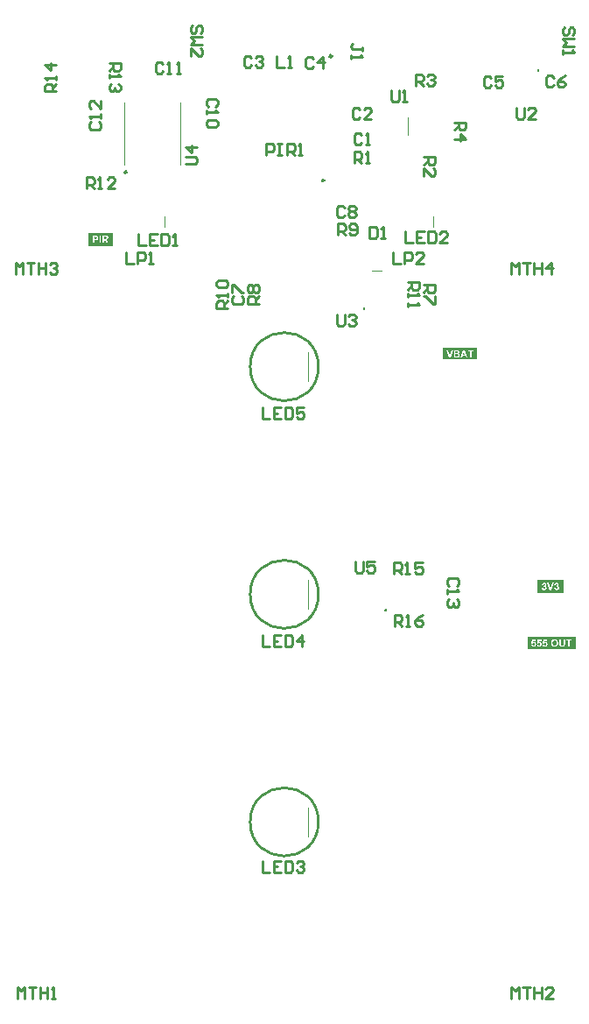
<source format=gto>
G04*
G04 #@! TF.GenerationSoftware,Altium Limited,Altium Designer,22.2.1 (43)*
G04*
G04 Layer_Color=65535*
%FSLAX44Y44*%
%MOMM*%
G71*
G04*
G04 #@! TF.SameCoordinates,759879DA-5FB0-46B3-BA1E-0A648CFA67EC*
G04*
G04*
G04 #@! TF.FilePolarity,Positive*
G04*
G01*
G75*
%ADD10C,0.2540*%
%ADD11C,0.3000*%
%ADD12C,0.1000*%
G36*
X486373Y626988D02*
X453627D01*
Y638012D01*
X486373D01*
Y626988D01*
D02*
G37*
G36*
X570232Y401183D02*
X544768D01*
Y413817D01*
X570232D01*
Y401183D01*
D02*
G37*
G36*
X581668Y347214D02*
X535482D01*
Y358595D01*
X581668D01*
Y347214D01*
D02*
G37*
G36*
X134112Y736564D02*
X110856D01*
Y749588D01*
X134112D01*
Y736564D01*
D02*
G37*
%LPC*%
G36*
X463268Y636024D02*
X461750D01*
X460028Y630809D01*
X458236Y636024D01*
X456698D01*
X459224Y628976D01*
X460762D01*
X463268Y636024D01*
D02*
G37*
G36*
X483302D02*
X477710D01*
Y634832D01*
X479798D01*
Y628976D01*
X481224D01*
Y634832D01*
X483302D01*
Y636024D01*
D02*
G37*
G36*
X474614D02*
X473106D01*
X470377Y628976D01*
X471884D01*
X472465Y630575D01*
X475296D01*
X475908Y628976D01*
X477445D01*
X474614Y636024D01*
D02*
G37*
G36*
X467087D02*
X463991D01*
Y628976D01*
X467046D01*
X467219Y628986D01*
X467525D01*
X467647Y628996D01*
X467841D01*
X467912Y629006D01*
X468014D01*
X468055Y629017D01*
X468095D01*
X468299Y629047D01*
X468482Y629098D01*
X468645Y629149D01*
X468788Y629210D01*
X468900Y629261D01*
X468982Y629312D01*
X469032Y629342D01*
X469053Y629353D01*
X469195Y629465D01*
X469307Y629587D01*
X469419Y629699D01*
X469501Y629821D01*
X469572Y629923D01*
X469623Y630005D01*
X469654Y630056D01*
X469664Y630076D01*
X469735Y630249D01*
X469796Y630412D01*
X469837Y630575D01*
X469857Y630718D01*
X469878Y630840D01*
X469888Y630932D01*
Y631013D01*
X469878Y631237D01*
X469837Y631441D01*
X469776Y631614D01*
X469715Y631777D01*
X469654Y631899D01*
X469593Y631991D01*
X469552Y632052D01*
X469542Y632072D01*
X469399Y632235D01*
X469246Y632368D01*
X469073Y632480D01*
X468920Y632561D01*
X468778Y632632D01*
X468656Y632683D01*
X468615Y632693D01*
X468584Y632704D01*
X468564Y632714D01*
X468554D01*
X468717Y632806D01*
X468859Y632897D01*
X468982Y633009D01*
X469083Y633101D01*
X469155Y633193D01*
X469216Y633264D01*
X469257Y633315D01*
X469267Y633335D01*
X469358Y633498D01*
X469430Y633651D01*
X469470Y633804D01*
X469511Y633946D01*
X469532Y634069D01*
X469542Y634160D01*
Y634221D01*
Y634231D01*
Y634242D01*
X469532Y634405D01*
X469511Y634568D01*
X469470Y634700D01*
X469430Y634822D01*
X469389Y634924D01*
X469348Y635006D01*
X469328Y635046D01*
X469318Y635067D01*
X469236Y635199D01*
X469144Y635311D01*
X469053Y635413D01*
X468971Y635505D01*
X468890Y635566D01*
X468829Y635617D01*
X468788Y635647D01*
X468778Y635658D01*
X468656Y635739D01*
X468523Y635800D01*
X468401Y635851D01*
X468289Y635892D01*
X468187Y635922D01*
X468116Y635943D01*
X468065Y635953D01*
X468044D01*
X467871Y635973D01*
X467678Y635994D01*
X467474Y636004D01*
X467270Y636014D01*
X467087Y636024D01*
D02*
G37*
%LPD*%
G36*
X474838Y631767D02*
X472893D01*
X473850Y634384D01*
X474838Y631767D01*
D02*
G37*
G36*
X466944Y634843D02*
X467209D01*
X467270Y634832D01*
X467382D01*
X467423Y634822D01*
X467433D01*
X467556Y634802D01*
X467668Y634771D01*
X467759Y634731D01*
X467841Y634690D01*
X467892Y634649D01*
X467943Y634608D01*
X467963Y634588D01*
X467973Y634578D01*
X468034Y634496D01*
X468075Y634405D01*
X468116Y634323D01*
X468136Y634242D01*
X468146Y634160D01*
X468156Y634099D01*
Y634058D01*
Y634048D01*
X468146Y633926D01*
X468126Y633814D01*
X468085Y633722D01*
X468055Y633641D01*
X468014Y633569D01*
X467973Y633529D01*
X467953Y633498D01*
X467943Y633488D01*
X467861Y633417D01*
X467769Y633366D01*
X467678Y633325D01*
X467586Y633294D01*
X467494Y633264D01*
X467433Y633254D01*
X467393Y633243D01*
X467331D01*
X467270Y633233D01*
X466955D01*
X466781Y633223D01*
X465417D01*
Y634853D01*
X466832D01*
X466944Y634843D01*
D02*
G37*
G36*
X467036Y632042D02*
X467158Y632032D01*
X467281D01*
X467382Y632021D01*
X467474Y632011D01*
X467545Y632001D01*
X467617Y631991D01*
X467668Y631981D01*
X467749Y631970D01*
X467800Y631950D01*
X467810D01*
X467912Y631909D01*
X468004Y631858D01*
X468085Y631807D01*
X468146Y631746D01*
X468197Y631706D01*
X468228Y631665D01*
X468248Y631634D01*
X468258Y631624D01*
X468309Y631532D01*
X468350Y631441D01*
X468381Y631359D01*
X468401Y631268D01*
X468411Y631196D01*
X468421Y631135D01*
Y631094D01*
Y631084D01*
X468411Y630952D01*
X468391Y630830D01*
X468360Y630728D01*
X468319Y630646D01*
X468279Y630575D01*
X468248Y630524D01*
X468228Y630494D01*
X468218Y630483D01*
X468136Y630412D01*
X468055Y630351D01*
X467963Y630300D01*
X467881Y630259D01*
X467810Y630239D01*
X467749Y630219D01*
X467708Y630208D01*
X467698D01*
X467657Y630198D01*
X467596D01*
X467464Y630188D01*
X467301Y630178D01*
X467138D01*
X466985Y630168D01*
X465417D01*
Y632052D01*
X466894D01*
X467036Y632042D01*
D02*
G37*
%LPC*%
G36*
X560815Y411070D02*
X559298D01*
X557576Y405855D01*
X555784Y411070D01*
X554246D01*
X556772Y404022D01*
X558310D01*
X560815Y411070D01*
D02*
G37*
G36*
X563545Y411111D02*
X563453D01*
X563240Y411101D01*
X563046Y411080D01*
X562863Y411039D01*
X562710Y410999D01*
X562588Y410958D01*
X562486Y410917D01*
X562425Y410897D01*
X562415Y410887D01*
X562404D01*
X562241Y410795D01*
X562089Y410693D01*
X561966Y410591D01*
X561865Y410500D01*
X561783Y410408D01*
X561722Y410337D01*
X561681Y410296D01*
X561671Y410275D01*
X561579Y410123D01*
X561498Y409960D01*
X561437Y409787D01*
X561376Y409624D01*
X561335Y409471D01*
X561304Y409359D01*
X561294Y409308D01*
Y409277D01*
X561284Y409257D01*
Y409247D01*
X562527Y409043D01*
X562557Y409206D01*
X562598Y409349D01*
X562639Y409471D01*
X562690Y409563D01*
X562740Y409644D01*
X562781Y409705D01*
X562812Y409736D01*
X562822Y409746D01*
X562914Y409827D01*
X563015Y409888D01*
X563117Y409929D01*
X563209Y409960D01*
X563290Y409980D01*
X563352Y409990D01*
X563413D01*
X563535Y409980D01*
X563657Y409960D01*
X563749Y409919D01*
X563830Y409888D01*
X563901Y409848D01*
X563942Y409807D01*
X563973Y409787D01*
X563983Y409776D01*
X564054Y409695D01*
X564105Y409593D01*
X564146Y409501D01*
X564166Y409410D01*
X564187Y409328D01*
X564197Y409267D01*
Y409226D01*
Y409206D01*
X564187Y409053D01*
X564156Y408921D01*
X564105Y408809D01*
X564054Y408717D01*
X563993Y408636D01*
X563952Y408585D01*
X563912Y408544D01*
X563901Y408534D01*
X563779Y408452D01*
X563647Y408391D01*
X563504Y408350D01*
X563372Y408320D01*
X563250Y408310D01*
X563148Y408300D01*
X563056D01*
X562914Y407210D01*
X563046Y407240D01*
X563158Y407271D01*
X563270Y407291D01*
X563362Y407301D01*
X563433Y407312D01*
X563535D01*
X563677Y407301D01*
X563800Y407261D01*
X563912Y407220D01*
X564014Y407159D01*
X564085Y407108D01*
X564146Y407057D01*
X564187Y407016D01*
X564197Y407006D01*
X564289Y406884D01*
X564360Y406751D01*
X564411Y406619D01*
X564452Y406487D01*
X564472Y406364D01*
X564482Y406273D01*
Y406212D01*
Y406201D01*
Y406191D01*
X564472Y405998D01*
X564441Y405825D01*
X564390Y405672D01*
X564339Y405550D01*
X564278Y405458D01*
X564238Y405387D01*
X564197Y405336D01*
X564187Y405325D01*
X564075Y405224D01*
X563952Y405142D01*
X563840Y405091D01*
X563728Y405050D01*
X563627Y405030D01*
X563555Y405020D01*
X563504Y405010D01*
X563484D01*
X563341Y405020D01*
X563219Y405050D01*
X563107Y405091D01*
X563005Y405142D01*
X562934Y405183D01*
X562873Y405224D01*
X562832Y405254D01*
X562822Y405264D01*
X562730Y405376D01*
X562649Y405499D01*
X562598Y405631D01*
X562547Y405753D01*
X562516Y405865D01*
X562496Y405957D01*
X562486Y406018D01*
Y406028D01*
Y406038D01*
X561182Y405875D01*
X561202Y405713D01*
X561243Y405560D01*
X561335Y405275D01*
X561447Y405030D01*
X561518Y404928D01*
X561579Y404826D01*
X561640Y404735D01*
X561702Y404663D01*
X561752Y404592D01*
X561803Y404541D01*
X561844Y404500D01*
X561875Y404470D01*
X561895Y404450D01*
X561905Y404439D01*
X562027Y404348D01*
X562160Y404256D01*
X562282Y404185D01*
X562425Y404124D01*
X562690Y404022D01*
X562934Y403961D01*
X563056Y403940D01*
X563158Y403920D01*
X563250Y403910D01*
X563331Y403899D01*
X563402Y403889D01*
X563494D01*
X563677Y403899D01*
X563861Y403920D01*
X564024Y403950D01*
X564187Y403991D01*
X564329Y404042D01*
X564472Y404093D01*
X564604Y404154D01*
X564716Y404215D01*
X564818Y404276D01*
X564920Y404337D01*
X564991Y404388D01*
X565063Y404439D01*
X565114Y404480D01*
X565154Y404511D01*
X565175Y404531D01*
X565185Y404541D01*
X565307Y404663D01*
X565409Y404796D01*
X565501Y404928D01*
X565582Y405061D01*
X565643Y405203D01*
X565704Y405336D01*
X565786Y405580D01*
X565806Y405692D01*
X565827Y405804D01*
X565847Y405896D01*
X565857Y405977D01*
X565867Y406038D01*
Y406130D01*
X565847Y406364D01*
X565806Y406568D01*
X565755Y406762D01*
X565684Y406914D01*
X565613Y407047D01*
X565562Y407138D01*
X565521Y407200D01*
X565501Y407220D01*
X565358Y407373D01*
X565195Y407505D01*
X565032Y407607D01*
X564879Y407688D01*
X564747Y407750D01*
X564635Y407780D01*
X564594Y407800D01*
X564564D01*
X564543Y407811D01*
X564533D01*
X564716Y407923D01*
X564869Y408035D01*
X565002Y408157D01*
X565124Y408279D01*
X565226Y408401D01*
X565307Y408524D01*
X565368Y408646D01*
X565429Y408758D01*
X565470Y408870D01*
X565501Y408972D01*
X565521Y409063D01*
X565531Y409145D01*
X565541Y409206D01*
X565552Y409257D01*
Y409287D01*
Y409298D01*
X565541Y409420D01*
X565531Y409532D01*
X565470Y409756D01*
X565399Y409960D01*
X565307Y410133D01*
X565215Y410275D01*
X565134Y410377D01*
X565103Y410418D01*
X565073Y410449D01*
X565063Y410459D01*
X565052Y410469D01*
X564940Y410581D01*
X564808Y410683D01*
X564686Y410764D01*
X564553Y410836D01*
X564411Y410907D01*
X564278Y410958D01*
X564024Y411029D01*
X563912Y411060D01*
X563800Y411080D01*
X563708Y411090D01*
X563616Y411101D01*
X563545Y411111D01*
D02*
G37*
G36*
X551496D02*
X551404D01*
X551190Y411101D01*
X550997Y411080D01*
X550813Y411039D01*
X550661Y410999D01*
X550538Y410958D01*
X550436Y410917D01*
X550375Y410897D01*
X550365Y410887D01*
X550355D01*
X550192Y410795D01*
X550039Y410693D01*
X549917Y410591D01*
X549815Y410500D01*
X549734Y410408D01*
X549673Y410337D01*
X549632Y410296D01*
X549622Y410275D01*
X549530Y410123D01*
X549449Y409960D01*
X549387Y409787D01*
X549326Y409624D01*
X549286Y409471D01*
X549255Y409359D01*
X549245Y409308D01*
Y409277D01*
X549235Y409257D01*
Y409247D01*
X550477Y409043D01*
X550508Y409206D01*
X550549Y409349D01*
X550589Y409471D01*
X550640Y409563D01*
X550691Y409644D01*
X550732Y409705D01*
X550762Y409736D01*
X550773Y409746D01*
X550864Y409827D01*
X550966Y409888D01*
X551068Y409929D01*
X551160Y409960D01*
X551241Y409980D01*
X551302Y409990D01*
X551363D01*
X551485Y409980D01*
X551608Y409960D01*
X551699Y409919D01*
X551781Y409888D01*
X551852Y409848D01*
X551893Y409807D01*
X551923Y409787D01*
X551934Y409776D01*
X552005Y409695D01*
X552056Y409593D01*
X552097Y409501D01*
X552117Y409410D01*
X552137Y409328D01*
X552148Y409267D01*
Y409226D01*
Y409206D01*
X552137Y409053D01*
X552107Y408921D01*
X552056Y408809D01*
X552005Y408717D01*
X551944Y408636D01*
X551903Y408585D01*
X551862Y408544D01*
X551852Y408534D01*
X551730Y408452D01*
X551598Y408391D01*
X551455Y408350D01*
X551323Y408320D01*
X551200Y408310D01*
X551099Y408300D01*
X551007D01*
X550864Y407210D01*
X550997Y407240D01*
X551109Y407271D01*
X551221Y407291D01*
X551312Y407301D01*
X551384Y407312D01*
X551485D01*
X551628Y407301D01*
X551750Y407261D01*
X551862Y407220D01*
X551964Y407159D01*
X552035Y407108D01*
X552097Y407057D01*
X552137Y407016D01*
X552148Y407006D01*
X552239Y406884D01*
X552311Y406751D01*
X552361Y406619D01*
X552402Y406487D01*
X552423Y406364D01*
X552433Y406273D01*
Y406212D01*
Y406201D01*
Y406191D01*
X552423Y405998D01*
X552392Y405825D01*
X552341Y405672D01*
X552290Y405550D01*
X552229Y405458D01*
X552188Y405387D01*
X552148Y405336D01*
X552137Y405325D01*
X552025Y405224D01*
X551903Y405142D01*
X551791Y405091D01*
X551679Y405050D01*
X551577Y405030D01*
X551506Y405020D01*
X551455Y405010D01*
X551435D01*
X551292Y405020D01*
X551170Y405050D01*
X551058Y405091D01*
X550956Y405142D01*
X550885Y405183D01*
X550824Y405224D01*
X550783Y405254D01*
X550773Y405264D01*
X550681Y405376D01*
X550599Y405499D01*
X550549Y405631D01*
X550498Y405753D01*
X550467Y405865D01*
X550447Y405957D01*
X550436Y406018D01*
Y406028D01*
Y406038D01*
X549133Y405875D01*
X549153Y405713D01*
X549194Y405560D01*
X549286Y405275D01*
X549398Y405030D01*
X549469Y404928D01*
X549530Y404826D01*
X549591Y404735D01*
X549652Y404663D01*
X549703Y404592D01*
X549754Y404541D01*
X549795Y404500D01*
X549825Y404470D01*
X549846Y404450D01*
X549856Y404439D01*
X549978Y404348D01*
X550111Y404256D01*
X550233Y404185D01*
X550375Y404124D01*
X550640Y404022D01*
X550885Y403961D01*
X551007Y403940D01*
X551109Y403920D01*
X551200Y403910D01*
X551282Y403899D01*
X551353Y403889D01*
X551445D01*
X551628Y403899D01*
X551811Y403920D01*
X551974Y403950D01*
X552137Y403991D01*
X552280Y404042D01*
X552423Y404093D01*
X552555Y404154D01*
X552667Y404215D01*
X552769Y404276D01*
X552871Y404337D01*
X552942Y404388D01*
X553013Y404439D01*
X553064Y404480D01*
X553105Y404511D01*
X553125Y404531D01*
X553136Y404541D01*
X553258Y404663D01*
X553360Y404796D01*
X553451Y404928D01*
X553533Y405061D01*
X553594Y405203D01*
X553655Y405336D01*
X553736Y405580D01*
X553757Y405692D01*
X553777Y405804D01*
X553798Y405896D01*
X553808Y405977D01*
X553818Y406038D01*
Y406130D01*
X553798Y406364D01*
X553757Y406568D01*
X553706Y406762D01*
X553635Y406914D01*
X553563Y407047D01*
X553512Y407138D01*
X553472Y407200D01*
X553451Y407220D01*
X553309Y407373D01*
X553146Y407505D01*
X552983Y407607D01*
X552830Y407688D01*
X552698Y407750D01*
X552586Y407780D01*
X552545Y407800D01*
X552514D01*
X552494Y407811D01*
X552484D01*
X552667Y407923D01*
X552820Y408035D01*
X552952Y408157D01*
X553074Y408279D01*
X553176Y408401D01*
X553258Y408524D01*
X553319Y408646D01*
X553380Y408758D01*
X553421Y408870D01*
X553451Y408972D01*
X553472Y409063D01*
X553482Y409145D01*
X553492Y409206D01*
X553502Y409257D01*
Y409287D01*
Y409298D01*
X553492Y409420D01*
X553482Y409532D01*
X553421Y409756D01*
X553349Y409960D01*
X553258Y410133D01*
X553166Y410275D01*
X553085Y410377D01*
X553054Y410418D01*
X553023Y410449D01*
X553013Y410459D01*
X553003Y410469D01*
X552891Y410581D01*
X552759Y410683D01*
X552636Y410764D01*
X552504Y410836D01*
X552361Y410907D01*
X552229Y410958D01*
X551974Y411029D01*
X551862Y411060D01*
X551750Y411080D01*
X551659Y411090D01*
X551567Y411101D01*
X551496Y411111D01*
D02*
G37*
G36*
X571637Y356429D02*
X570211D01*
Y352518D01*
Y352365D01*
Y352222D01*
X570201Y352090D01*
Y351968D01*
X570191Y351866D01*
Y351764D01*
X570181Y351672D01*
Y351591D01*
X570161Y351469D01*
X570150Y351377D01*
X570140Y351326D01*
Y351306D01*
X570110Y351173D01*
X570059Y351061D01*
X569998Y350959D01*
X569936Y350868D01*
X569875Y350796D01*
X569824Y350746D01*
X569784Y350715D01*
X569773Y350705D01*
X569651Y350623D01*
X569498Y350562D01*
X569356Y350521D01*
X569203Y350491D01*
X569071Y350471D01*
X568969Y350460D01*
X568867D01*
X568653Y350471D01*
X568470Y350501D01*
X568307Y350542D01*
X568164Y350593D01*
X568062Y350634D01*
X567981Y350674D01*
X567940Y350705D01*
X567920Y350715D01*
X567808Y350817D01*
X567716Y350939D01*
X567635Y351051D01*
X567584Y351163D01*
X567543Y351265D01*
X567512Y351346D01*
X567492Y351397D01*
Y351418D01*
X567482Y351479D01*
X567472Y351540D01*
Y351621D01*
X567461Y351713D01*
X567451Y351907D01*
Y352110D01*
X567441Y352294D01*
Y352375D01*
Y352457D01*
Y352518D01*
Y352559D01*
Y352589D01*
Y352599D01*
Y356429D01*
X566015D01*
Y352447D01*
X566025Y352243D01*
Y352049D01*
X566035Y351876D01*
X566046Y351713D01*
X566056Y351571D01*
X566066Y351438D01*
X566086Y351316D01*
X566097Y351214D01*
X566107Y351122D01*
X566117Y351041D01*
X566127Y350980D01*
X566137Y350929D01*
Y350898D01*
X566147Y350878D01*
Y350868D01*
X566198Y350715D01*
X566249Y350572D01*
X566321Y350440D01*
X566382Y350328D01*
X566443Y350226D01*
X566494Y350145D01*
X566535Y350104D01*
X566545Y350084D01*
X566667Y349951D01*
X566799Y349829D01*
X566942Y349727D01*
X567074Y349635D01*
X567186Y349564D01*
X567288Y349513D01*
X567349Y349482D01*
X567360Y349472D01*
X567370D01*
X567472Y349432D01*
X567584Y349401D01*
X567838Y349340D01*
X568093Y349299D01*
X568337Y349279D01*
X568449Y349269D01*
X568561Y349258D01*
X568653D01*
X568745Y349248D01*
X568908D01*
X569203Y349258D01*
X569468Y349279D01*
X569702Y349319D01*
X569896Y349360D01*
X569977Y349370D01*
X570059Y349391D01*
X570120Y349411D01*
X570171Y349432D01*
X570211Y349442D01*
X570242Y349452D01*
X570252Y349462D01*
X570262D01*
X570446Y349544D01*
X570609Y349646D01*
X570751Y349737D01*
X570873Y349829D01*
X570965Y349910D01*
X571036Y349971D01*
X571077Y350012D01*
X571087Y350033D01*
X571199Y350175D01*
X571291Y350328D01*
X571362Y350471D01*
X571423Y350613D01*
X571464Y350735D01*
X571495Y350837D01*
X571505Y350868D01*
Y350898D01*
X571515Y350909D01*
Y350919D01*
X571536Y351031D01*
X571556Y351153D01*
X571576Y351285D01*
X571586Y351418D01*
X571607Y351723D01*
X571627Y352019D01*
Y352151D01*
Y352284D01*
X571637Y352406D01*
Y356429D01*
D02*
G37*
G36*
X554302Y356337D02*
X550727D01*
X550034Y352660D01*
X551124Y352508D01*
X551216Y352599D01*
X551307Y352681D01*
X551399Y352752D01*
X551491Y352813D01*
X551664Y352905D01*
X551827Y352966D01*
X551969Y352996D01*
X552071Y353017D01*
X552112Y353027D01*
X552173D01*
X552336Y353017D01*
X552489Y352976D01*
X552621Y352925D01*
X552733Y352864D01*
X552815Y352793D01*
X552886Y352742D01*
X552927Y352701D01*
X552937Y352691D01*
X553039Y352559D01*
X553110Y352406D01*
X553161Y352243D01*
X553192Y352080D01*
X553222Y351937D01*
X553232Y351825D01*
Y351774D01*
Y351744D01*
Y351723D01*
Y351713D01*
X553222Y351469D01*
X553192Y351255D01*
X553141Y351082D01*
X553090Y350939D01*
X553029Y350817D01*
X552988Y350735D01*
X552947Y350695D01*
X552937Y350674D01*
X552825Y350562D01*
X552703Y350471D01*
X552581Y350409D01*
X552468Y350369D01*
X552367Y350348D01*
X552285Y350338D01*
X552234Y350328D01*
X552214D01*
X552081Y350338D01*
X551949Y350369D01*
X551837Y350409D01*
X551745Y350460D01*
X551664Y350511D01*
X551603Y350552D01*
X551562Y350583D01*
X551552Y350593D01*
X551460Y350705D01*
X551379Y350817D01*
X551318Y350939D01*
X551277Y351051D01*
X551246Y351153D01*
X551226Y351245D01*
X551216Y351296D01*
Y351316D01*
X549871Y351173D01*
X549902Y351010D01*
X549932Y350858D01*
X550034Y350583D01*
X550146Y350338D01*
X550207Y350236D01*
X550279Y350134D01*
X550340Y350053D01*
X550391Y349982D01*
X550452Y349921D01*
X550493Y349859D01*
X550533Y349819D01*
X550564Y349788D01*
X550584Y349778D01*
X550594Y349768D01*
X550717Y349676D01*
X550839Y349595D01*
X550971Y349523D01*
X551104Y349472D01*
X551379Y349370D01*
X551623Y349309D01*
X551745Y349289D01*
X551847Y349279D01*
X551949Y349269D01*
X552030Y349258D01*
X552102Y349248D01*
X552193D01*
X552418Y349258D01*
X552631Y349289D01*
X552825Y349330D01*
X553008Y349391D01*
X553181Y349462D01*
X553334Y349544D01*
X553477Y349625D01*
X553609Y349717D01*
X553721Y349798D01*
X553823Y349880D01*
X553915Y349961D01*
X553986Y350033D01*
X554037Y350094D01*
X554078Y350134D01*
X554098Y350165D01*
X554108Y350175D01*
X554200Y350308D01*
X554282Y350440D01*
X554343Y350572D01*
X554404Y350715D01*
X554495Y350980D01*
X554557Y351224D01*
X554577Y351326D01*
X554587Y351428D01*
X554608Y351520D01*
Y351601D01*
X554618Y351662D01*
Y351744D01*
X554608Y351937D01*
X554587Y352121D01*
X554557Y352294D01*
X554516Y352457D01*
X554475Y352599D01*
X554414Y352742D01*
X554363Y352874D01*
X554302Y352986D01*
X554241Y353088D01*
X554190Y353180D01*
X554129Y353261D01*
X554088Y353322D01*
X554047Y353373D01*
X554017Y353414D01*
X553996Y353434D01*
X553986Y353445D01*
X553864Y353557D01*
X553742Y353658D01*
X553609Y353750D01*
X553477Y353832D01*
X553355Y353893D01*
X553222Y353944D01*
X552988Y354025D01*
X552876Y354056D01*
X552774Y354076D01*
X552682Y354086D01*
X552611Y354096D01*
X552550Y354107D01*
X552458D01*
X552285Y354096D01*
X552112Y354066D01*
X551959Y354035D01*
X551817Y353995D01*
X551705Y353944D01*
X551613Y353913D01*
X551552Y353883D01*
X551542Y353872D01*
X551531D01*
X551745Y355074D01*
X554302D01*
Y356337D01*
D02*
G37*
G36*
X548822D02*
X545247D01*
X544554Y352660D01*
X545644Y352508D01*
X545736Y352599D01*
X545828Y352681D01*
X545919Y352752D01*
X546011Y352813D01*
X546184Y352905D01*
X546347Y352966D01*
X546490Y352996D01*
X546591Y353017D01*
X546632Y353027D01*
X546693D01*
X546856Y353017D01*
X547009Y352976D01*
X547142Y352925D01*
X547254Y352864D01*
X547335Y352793D01*
X547406Y352742D01*
X547447Y352701D01*
X547457Y352691D01*
X547559Y352559D01*
X547631Y352406D01*
X547681Y352243D01*
X547712Y352080D01*
X547743Y351937D01*
X547753Y351825D01*
Y351774D01*
Y351744D01*
Y351723D01*
Y351713D01*
X547743Y351469D01*
X547712Y351255D01*
X547661Y351082D01*
X547610Y350939D01*
X547549Y350817D01*
X547508Y350735D01*
X547467Y350695D01*
X547457Y350674D01*
X547345Y350562D01*
X547223Y350471D01*
X547101Y350409D01*
X546989Y350369D01*
X546887Y350348D01*
X546805Y350338D01*
X546754Y350328D01*
X546734D01*
X546602Y350338D01*
X546469Y350369D01*
X546357Y350409D01*
X546266Y350460D01*
X546184Y350511D01*
X546123Y350552D01*
X546082Y350583D01*
X546072Y350593D01*
X545980Y350705D01*
X545899Y350817D01*
X545838Y350939D01*
X545797Y351051D01*
X545766Y351153D01*
X545746Y351245D01*
X545736Y351296D01*
Y351316D01*
X544392Y351173D01*
X544422Y351010D01*
X544453Y350858D01*
X544554Y350583D01*
X544666Y350338D01*
X544728Y350236D01*
X544799Y350134D01*
X544860Y350053D01*
X544911Y349982D01*
X544972Y349921D01*
X545013Y349859D01*
X545053Y349819D01*
X545084Y349788D01*
X545104Y349778D01*
X545115Y349768D01*
X545237Y349676D01*
X545359Y349595D01*
X545491Y349523D01*
X545624Y349472D01*
X545899Y349370D01*
X546143Y349309D01*
X546266Y349289D01*
X546367Y349279D01*
X546469Y349269D01*
X546551Y349258D01*
X546622Y349248D01*
X546714D01*
X546938Y349258D01*
X547152Y349289D01*
X547345Y349330D01*
X547529Y349391D01*
X547702Y349462D01*
X547854Y349544D01*
X547997Y349625D01*
X548130Y349717D01*
X548242Y349798D01*
X548343Y349880D01*
X548435Y349961D01*
X548506Y350033D01*
X548557Y350094D01*
X548598Y350134D01*
X548618Y350165D01*
X548629Y350175D01*
X548720Y350308D01*
X548802Y350440D01*
X548863Y350572D01*
X548924Y350715D01*
X549016Y350980D01*
X549077Y351224D01*
X549097Y351326D01*
X549107Y351428D01*
X549128Y351520D01*
Y351601D01*
X549138Y351662D01*
Y351744D01*
X549128Y351937D01*
X549107Y352121D01*
X549077Y352294D01*
X549036Y352457D01*
X548995Y352599D01*
X548934Y352742D01*
X548883Y352874D01*
X548822Y352986D01*
X548761Y353088D01*
X548710Y353180D01*
X548649Y353261D01*
X548608Y353322D01*
X548568Y353373D01*
X548537Y353414D01*
X548517Y353434D01*
X548506Y353445D01*
X548384Y353557D01*
X548262Y353658D01*
X548130Y353750D01*
X547997Y353832D01*
X547875Y353893D01*
X547743Y353944D01*
X547508Y354025D01*
X547396Y354056D01*
X547294Y354076D01*
X547203Y354086D01*
X547131Y354096D01*
X547070Y354107D01*
X546979D01*
X546805Y354096D01*
X546632Y354066D01*
X546479Y354035D01*
X546337Y353995D01*
X546225Y353944D01*
X546133Y353913D01*
X546072Y353883D01*
X546062Y353872D01*
X546052D01*
X546266Y355074D01*
X548822D01*
Y356337D01*
D02*
G37*
G36*
X543342D02*
X539767D01*
X539075Y352660D01*
X540165Y352508D01*
X540256Y352599D01*
X540348Y352681D01*
X540440Y352752D01*
X540531Y352813D01*
X540704Y352905D01*
X540867Y352966D01*
X541010Y352996D01*
X541112Y353017D01*
X541152Y353027D01*
X541214D01*
X541377Y353017D01*
X541529Y352976D01*
X541662Y352925D01*
X541774Y352864D01*
X541855Y352793D01*
X541927Y352742D01*
X541967Y352701D01*
X541978Y352691D01*
X542079Y352559D01*
X542151Y352406D01*
X542202Y352243D01*
X542232Y352080D01*
X542263Y351937D01*
X542273Y351825D01*
Y351774D01*
Y351744D01*
Y351723D01*
Y351713D01*
X542263Y351469D01*
X542232Y351255D01*
X542181Y351082D01*
X542130Y350939D01*
X542069Y350817D01*
X542029Y350735D01*
X541988Y350695D01*
X541978Y350674D01*
X541866Y350562D01*
X541743Y350471D01*
X541621Y350409D01*
X541509Y350369D01*
X541407Y350348D01*
X541326Y350338D01*
X541275Y350328D01*
X541254D01*
X541122Y350338D01*
X540990Y350369D01*
X540877Y350409D01*
X540786Y350460D01*
X540704Y350511D01*
X540643Y350552D01*
X540602Y350583D01*
X540592Y350593D01*
X540501Y350705D01*
X540419Y350817D01*
X540358Y350939D01*
X540317Y351051D01*
X540287Y351153D01*
X540266Y351245D01*
X540256Y351296D01*
Y351316D01*
X538912Y351173D01*
X538942Y351010D01*
X538973Y350858D01*
X539075Y350583D01*
X539187Y350338D01*
X539248Y350236D01*
X539319Y350134D01*
X539380Y350053D01*
X539431Y349982D01*
X539492Y349921D01*
X539533Y349859D01*
X539574Y349819D01*
X539604Y349788D01*
X539625Y349778D01*
X539635Y349768D01*
X539757Y349676D01*
X539879Y349595D01*
X540012Y349523D01*
X540144Y349472D01*
X540419Y349370D01*
X540664Y349309D01*
X540786Y349289D01*
X540888Y349279D01*
X540990Y349269D01*
X541071Y349258D01*
X541142Y349248D01*
X541234D01*
X541458Y349258D01*
X541672Y349289D01*
X541866Y349330D01*
X542049Y349391D01*
X542222Y349462D01*
X542375Y349544D01*
X542517Y349625D01*
X542650Y349717D01*
X542762Y349798D01*
X542864Y349880D01*
X542955Y349961D01*
X543027Y350033D01*
X543078Y350094D01*
X543118Y350134D01*
X543139Y350165D01*
X543149Y350175D01*
X543241Y350308D01*
X543322Y350440D01*
X543383Y350572D01*
X543444Y350715D01*
X543536Y350980D01*
X543597Y351224D01*
X543617Y351326D01*
X543628Y351428D01*
X543648Y351520D01*
Y351601D01*
X543658Y351662D01*
Y351744D01*
X543648Y351937D01*
X543628Y352121D01*
X543597Y352294D01*
X543556Y352457D01*
X543516Y352599D01*
X543454Y352742D01*
X543404Y352874D01*
X543342Y352986D01*
X543281Y353088D01*
X543230Y353180D01*
X543169Y353261D01*
X543129Y353322D01*
X543088Y353373D01*
X543057Y353414D01*
X543037Y353434D01*
X543027Y353445D01*
X542904Y353557D01*
X542782Y353658D01*
X542650Y353750D01*
X542517Y353832D01*
X542395Y353893D01*
X542263Y353944D01*
X542029Y354025D01*
X541916Y354056D01*
X541815Y354076D01*
X541723Y354086D01*
X541652Y354096D01*
X541590Y354107D01*
X541499D01*
X541326Y354096D01*
X541152Y354066D01*
X541000Y354035D01*
X540857Y353995D01*
X540745Y353944D01*
X540653Y353913D01*
X540592Y353883D01*
X540582Y353872D01*
X540572D01*
X540786Y355074D01*
X543342D01*
Y356337D01*
D02*
G37*
G36*
X578238Y356429D02*
X572646D01*
Y355237D01*
X574734D01*
Y349381D01*
X576160D01*
Y355237D01*
X578238D01*
Y356429D01*
D02*
G37*
G36*
X561554Y356561D02*
X561483D01*
X561177Y356551D01*
X560882Y356521D01*
X560627Y356470D01*
X560403Y356419D01*
X560311Y356388D01*
X560220Y356368D01*
X560148Y356348D01*
X560087Y356317D01*
X560036Y356307D01*
X559995Y356286D01*
X559975Y356276D01*
X559965D01*
X559782Y356195D01*
X559608Y356093D01*
X559456Y355981D01*
X559323Y355879D01*
X559211Y355787D01*
X559120Y355706D01*
X559069Y355655D01*
X559058Y355645D01*
X559048Y355634D01*
X558906Y355471D01*
X558773Y355298D01*
X558661Y355146D01*
X558570Y354993D01*
X558498Y354860D01*
X558437Y354758D01*
X558427Y354718D01*
X558407Y354687D01*
X558396Y354677D01*
Y354667D01*
X558295Y354382D01*
X558213Y354076D01*
X558162Y353771D01*
X558121Y353485D01*
X558111Y353353D01*
X558101Y353231D01*
X558091Y353129D01*
Y353037D01*
X558081Y352956D01*
Y352854D01*
X558091Y352548D01*
X558121Y352253D01*
X558162Y351978D01*
X558223Y351723D01*
X558295Y351489D01*
X558376Y351275D01*
X558457Y351071D01*
X558549Y350898D01*
X558631Y350735D01*
X558712Y350603D01*
X558794Y350481D01*
X558865Y350379D01*
X558926Y350308D01*
X558967Y350246D01*
X558997Y350216D01*
X559007Y350206D01*
X559191Y350033D01*
X559384Y349890D01*
X559578Y349757D01*
X559792Y349656D01*
X559995Y349564D01*
X560209Y349482D01*
X560403Y349421D01*
X560607Y349370D01*
X560790Y349330D01*
X560963Y349299D01*
X561116Y349279D01*
X561248Y349269D01*
X561350Y349258D01*
X561432Y349248D01*
X561503D01*
X561788Y349258D01*
X562053Y349289D01*
X562308Y349340D01*
X562542Y349401D01*
X562766Y349472D01*
X562970Y349554D01*
X563153Y349635D01*
X563326Y349727D01*
X563469Y349819D01*
X563601Y349900D01*
X563713Y349982D01*
X563805Y350053D01*
X563886Y350114D01*
X563937Y350165D01*
X563968Y350196D01*
X563978Y350206D01*
X564141Y350399D01*
X564284Y350603D01*
X564416Y350817D01*
X564518Y351031D01*
X564609Y351255D01*
X564691Y351479D01*
X564752Y351703D01*
X564803Y351917D01*
X564834Y352110D01*
X564864Y352304D01*
X564884Y352467D01*
X564905Y352609D01*
Y352732D01*
X564915Y352823D01*
Y352895D01*
X564905Y353210D01*
X564874Y353506D01*
X564834Y353781D01*
X564772Y354046D01*
X564701Y354280D01*
X564620Y354504D01*
X564538Y354708D01*
X564446Y354881D01*
X564355Y355044D01*
X564273Y355186D01*
X564192Y355309D01*
X564121Y355410D01*
X564070Y355482D01*
X564019Y355543D01*
X563988Y355573D01*
X563978Y355584D01*
X563795Y355757D01*
X563601Y355910D01*
X563397Y356042D01*
X563194Y356154D01*
X562980Y356246D01*
X562776Y356327D01*
X562572Y356388D01*
X562379Y356439D01*
X562196Y356480D01*
X562022Y356510D01*
X561870Y356531D01*
X561737Y356551D01*
X561635D01*
X561554Y356561D01*
D02*
G37*
%LPD*%
G36*
X561666Y355339D02*
X561819Y355319D01*
X561961Y355298D01*
X562094Y355258D01*
X562328Y355156D01*
X562440Y355105D01*
X562532Y355054D01*
X562623Y354993D01*
X562695Y354942D01*
X562756Y354891D01*
X562817Y354840D01*
X562858Y354799D01*
X562888Y354779D01*
X562898Y354758D01*
X562909Y354748D01*
X563000Y354626D01*
X563092Y354494D01*
X563163Y354361D01*
X563224Y354208D01*
X563316Y353903D01*
X563377Y353608D01*
X563408Y353475D01*
X563418Y353343D01*
X563428Y353231D01*
X563438Y353129D01*
X563448Y353037D01*
Y352976D01*
Y352935D01*
Y352925D01*
X563438Y352701D01*
X563428Y352487D01*
X563397Y352294D01*
X563367Y352121D01*
X563326Y351947D01*
X563275Y351795D01*
X563224Y351662D01*
X563173Y351540D01*
X563122Y351428D01*
X563072Y351336D01*
X563031Y351255D01*
X562980Y351184D01*
X562949Y351133D01*
X562919Y351102D01*
X562909Y351082D01*
X562898Y351071D01*
X562797Y350959D01*
X562685Y350868D01*
X562562Y350786D01*
X562450Y350715D01*
X562328Y350664D01*
X562216Y350613D01*
X561992Y350542D01*
X561798Y350491D01*
X561717Y350481D01*
X561646Y350471D01*
X561584Y350460D01*
X561503D01*
X561350Y350471D01*
X561197Y350491D01*
X561055Y350521D01*
X560922Y350562D01*
X560678Y350654D01*
X560484Y350776D01*
X560393Y350827D01*
X560322Y350888D01*
X560250Y350939D01*
X560199Y350990D01*
X560159Y351021D01*
X560128Y351051D01*
X560108Y351071D01*
X560097Y351082D01*
X560006Y351204D01*
X559914Y351336D01*
X559843Y351479D01*
X559782Y351632D01*
X559680Y351927D01*
X559619Y352222D01*
X559598Y352365D01*
X559578Y352487D01*
X559568Y352609D01*
X559558Y352711D01*
X559547Y352793D01*
Y352854D01*
Y352895D01*
Y352905D01*
X559558Y353129D01*
X559568Y353333D01*
X559598Y353526D01*
X559629Y353709D01*
X559670Y353872D01*
X559710Y354025D01*
X559761Y354158D01*
X559812Y354280D01*
X559863Y354392D01*
X559914Y354483D01*
X559955Y354555D01*
X559995Y354626D01*
X560026Y354677D01*
X560057Y354708D01*
X560067Y354728D01*
X560077Y354738D01*
X560179Y354850D01*
X560291Y354942D01*
X560413Y355023D01*
X560525Y355095D01*
X560647Y355156D01*
X560770Y355196D01*
X560994Y355278D01*
X561197Y355319D01*
X561279Y355329D01*
X561360Y355339D01*
X561422Y355349D01*
X561503D01*
X561666Y355339D01*
D02*
G37*
%LPC*%
G36*
X127149Y746600D02*
X123971D01*
Y739552D01*
X125397D01*
Y742495D01*
X125856D01*
X125998Y742485D01*
X126120Y742475D01*
X126222Y742455D01*
X126304Y742445D01*
X126355Y742424D01*
X126385Y742414D01*
X126395D01*
X126477Y742373D01*
X126558Y742333D01*
X126630Y742282D01*
X126701Y742241D01*
X126752Y742190D01*
X126793Y742149D01*
X126813Y742129D01*
X126823Y742119D01*
X126864Y742068D01*
X126915Y742017D01*
X127027Y741864D01*
X127149Y741701D01*
X127282Y741518D01*
X127394Y741355D01*
X127444Y741273D01*
X127485Y741212D01*
X127526Y741161D01*
X127556Y741121D01*
X127567Y741090D01*
X127577Y741080D01*
X128596Y739552D01*
X130307D01*
X129441Y740927D01*
X129349Y741070D01*
X129257Y741212D01*
X129176Y741334D01*
X129094Y741446D01*
X129023Y741548D01*
X128962Y741650D01*
X128840Y741803D01*
X128748Y741925D01*
X128687Y742007D01*
X128636Y742057D01*
X128626Y742068D01*
X128514Y742190D01*
X128382Y742302D01*
X128259Y742394D01*
X128137Y742485D01*
X128035Y742557D01*
X127954Y742608D01*
X127893Y742648D01*
X127882Y742658D01*
X127872D01*
X128045Y742689D01*
X128198Y742730D01*
X128341Y742770D01*
X128483Y742822D01*
X128606Y742872D01*
X128718Y742923D01*
X128830Y742974D01*
X128921Y743035D01*
X129003Y743086D01*
X129074Y743137D01*
X129135Y743188D01*
X129176Y743229D01*
X129217Y743259D01*
X129247Y743290D01*
X129257Y743300D01*
X129268Y743310D01*
X129349Y743412D01*
X129420Y743514D01*
X129543Y743738D01*
X129624Y743952D01*
X129675Y744166D01*
X129716Y744349D01*
X129726Y744421D01*
Y744492D01*
X129736Y744543D01*
Y744594D01*
Y744614D01*
Y744624D01*
X129726Y744848D01*
X129685Y745062D01*
X129634Y745246D01*
X129583Y745408D01*
X129522Y745541D01*
X129471Y745643D01*
X129451Y745673D01*
X129431Y745704D01*
X129420Y745714D01*
Y745724D01*
X129298Y745897D01*
X129166Y746040D01*
X129033Y746152D01*
X128901Y746254D01*
X128779Y746315D01*
X128687Y746366D01*
X128626Y746396D01*
X128616Y746407D01*
X128606D01*
X128504Y746437D01*
X128392Y746468D01*
X128137Y746519D01*
X127862Y746549D01*
X127597Y746580D01*
X127465D01*
X127353Y746590D01*
X127241D01*
X127149Y746600D01*
D02*
G37*
G36*
X122606D02*
X121180D01*
Y739552D01*
X122606D01*
Y746600D01*
D02*
G37*
G36*
X117259D02*
X114662D01*
Y739552D01*
X116088D01*
Y742210D01*
X117351D01*
X117503Y742221D01*
X117646D01*
X117779Y742231D01*
X117901Y742241D01*
X118013Y742251D01*
X118104Y742261D01*
X118196D01*
X118267Y742271D01*
X118339Y742282D01*
X118390Y742292D01*
X118430D01*
X118461Y742302D01*
X118481D01*
X118624Y742343D01*
X118756Y742394D01*
X118879Y742445D01*
X118991Y742506D01*
X119082Y742557D01*
X119154Y742597D01*
X119194Y742628D01*
X119215Y742638D01*
X119347Y742740D01*
X119459Y742852D01*
X119571Y742974D01*
X119653Y743076D01*
X119724Y743178D01*
X119775Y743259D01*
X119805Y743310D01*
X119816Y743331D01*
X119897Y743504D01*
X119958Y743687D01*
X119999Y743881D01*
X120029Y744054D01*
X120050Y744196D01*
Y744268D01*
X120060Y744319D01*
Y744431D01*
X120040Y744726D01*
X119999Y745001D01*
X119928Y745225D01*
X119856Y745429D01*
X119816Y745510D01*
X119775Y745582D01*
X119744Y745643D01*
X119704Y745704D01*
X119683Y745745D01*
X119663Y745775D01*
X119642Y745785D01*
Y745796D01*
X119480Y745979D01*
X119317Y746132D01*
X119143Y746254D01*
X118991Y746346D01*
X118848Y746407D01*
X118736Y746458D01*
X118695Y746468D01*
X118665Y746478D01*
X118644Y746488D01*
X118634D01*
X118553Y746509D01*
X118451Y746529D01*
X118329Y746539D01*
X118206Y746549D01*
X117921Y746570D01*
X117636Y746590D01*
X117371D01*
X117259Y746600D01*
D02*
G37*
%LPD*%
G36*
X127119Y745398D02*
X127343D01*
X127434Y745388D01*
X127495D01*
X127526Y745378D01*
X127536D01*
X127658Y745347D01*
X127770Y745307D01*
X127862Y745266D01*
X127933Y745215D01*
X127994Y745164D01*
X128045Y745134D01*
X128066Y745103D01*
X128076Y745093D01*
X128137Y745011D01*
X128188Y744910D01*
X128219Y744818D01*
X128249Y744726D01*
X128259Y744645D01*
X128270Y744584D01*
Y744543D01*
Y744522D01*
X128259Y744410D01*
X128249Y744308D01*
X128219Y744217D01*
X128198Y744135D01*
X128168Y744074D01*
X128137Y744034D01*
X128127Y744003D01*
X128117Y743993D01*
X128056Y743922D01*
X127994Y743860D01*
X127862Y743769D01*
X127811Y743738D01*
X127760Y743718D01*
X127730Y743697D01*
X127719D01*
X127669Y743687D01*
X127587Y743667D01*
X127506Y743657D01*
X127414Y743646D01*
X127200Y743636D01*
X126986Y743626D01*
X126782Y743616D01*
X125397D01*
Y745408D01*
X127027D01*
X127119Y745398D01*
D02*
G37*
G36*
X117249D02*
X117341D01*
X117432Y745388D01*
X117565D01*
X117667Y745378D01*
X117738Y745368D01*
X117779Y745358D01*
X117789D01*
X117911Y745327D01*
X118023Y745286D01*
X118125Y745235D01*
X118206Y745174D01*
X118267Y745123D01*
X118318Y745083D01*
X118349Y745052D01*
X118359Y745042D01*
X118441Y744940D01*
X118491Y744838D01*
X118532Y744726D01*
X118563Y744624D01*
X118583Y744533D01*
X118593Y744461D01*
Y744421D01*
Y744400D01*
X118583Y744288D01*
X118573Y744186D01*
X118542Y744095D01*
X118512Y744013D01*
X118481Y743942D01*
X118461Y743891D01*
X118441Y743860D01*
X118430Y743850D01*
X118369Y743769D01*
X118288Y743697D01*
X118216Y743636D01*
X118145Y743585D01*
X118084Y743555D01*
X118033Y743524D01*
X117992Y743514D01*
X117982Y743504D01*
X117921Y743484D01*
X117850Y743473D01*
X117687Y743443D01*
X117503Y743422D01*
X117320Y743412D01*
X117137D01*
X117066Y743402D01*
X116088D01*
Y745408D01*
X117147D01*
X117249Y745398D01*
D02*
G37*
D10*
X398050Y384750D02*
G03*
X398050Y384750I-300J0D01*
G01*
X146500Y809000D02*
G03*
X146996Y808868I0J-1000D01*
G01*
X377200Y675750D02*
G03*
X377200Y675750I-200J0D01*
G01*
X545550Y906000D02*
G03*
X545550Y906000I-50J0D01*
G01*
X338500Y800000D02*
G03*
X338500Y800000I-1000J0D01*
G01*
X333000Y180000D02*
G03*
X333000Y180000I-33000J0D01*
G01*
Y400000D02*
G03*
X333000Y400000I-33000J0D01*
G01*
Y620000D02*
G03*
X333000Y620000I-33000J0D01*
G01*
X382669Y755498D02*
Y744502D01*
X388167D01*
X390000Y746335D01*
Y753665D01*
X388167Y755498D01*
X382669D01*
X393666Y744502D02*
X397331D01*
X395498D01*
Y755498D01*
X393666Y753665D01*
X403710Y887097D02*
Y877933D01*
X405542Y876100D01*
X409208D01*
X411041Y877933D01*
Y887097D01*
X414706Y876100D02*
X418372D01*
X416539D01*
Y887097D01*
X414706Y885264D01*
X519840Y709502D02*
Y720498D01*
X523505Y716833D01*
X527171Y720498D01*
Y709502D01*
X530836Y720498D02*
X538167D01*
X534502D01*
Y709502D01*
X541833Y720498D02*
Y709502D01*
Y715000D01*
X549164D01*
Y720498D01*
Y709502D01*
X558327D02*
Y720498D01*
X552829Y715000D01*
X560160D01*
X39840Y709502D02*
Y720498D01*
X43505Y716833D01*
X47171Y720498D01*
Y709502D01*
X50836Y720498D02*
X58167D01*
X54502D01*
Y709502D01*
X61833Y720498D02*
Y709502D01*
Y715000D01*
X69164D01*
Y720498D01*
Y709502D01*
X72829Y718665D02*
X74662Y720498D01*
X78327D01*
X80160Y718665D01*
Y716833D01*
X78327Y715000D01*
X76495D01*
X78327D01*
X80160Y713167D01*
Y711335D01*
X78327Y709502D01*
X74662D01*
X72829Y711335D01*
X519840Y9502D02*
Y20498D01*
X523505Y16833D01*
X527171Y20498D01*
Y9502D01*
X530836Y20498D02*
X538167D01*
X534502D01*
Y9502D01*
X541833Y20498D02*
Y9502D01*
Y15000D01*
X549164D01*
Y20498D01*
Y9502D01*
X560160D02*
X552829D01*
X560160Y16833D01*
Y18665D01*
X558327Y20498D01*
X554662D01*
X552829Y18665D01*
X41673Y9502D02*
Y20498D01*
X45338Y16833D01*
X49004Y20498D01*
Y9502D01*
X52669Y20498D02*
X60000D01*
X56335D01*
Y9502D01*
X63665Y20498D02*
Y9502D01*
Y15000D01*
X70996D01*
Y20498D01*
Y9502D01*
X74662D02*
X78327D01*
X76495D01*
Y20498D01*
X74662Y18665D01*
X358167Y773665D02*
X356334Y775498D01*
X352669D01*
X350836Y773665D01*
Y766335D01*
X352669Y764502D01*
X356334D01*
X358167Y766335D01*
X361833Y773665D02*
X363666Y775498D01*
X367331D01*
X369164Y773665D01*
Y771833D01*
X367331Y770000D01*
X369164Y768167D01*
Y766335D01*
X367331Y764502D01*
X363666D01*
X361833Y766335D01*
Y768167D01*
X363666Y770000D01*
X361833Y771833D01*
Y773665D01*
X363666Y770000D02*
X367331D01*
X251334Y688167D02*
X249502Y686335D01*
Y682669D01*
X251334Y680836D01*
X258666D01*
X260498Y682669D01*
Y686335D01*
X258666Y688167D01*
X249502Y691833D02*
Y699164D01*
X251334D01*
X258666Y691833D01*
X260498D01*
X406561Y369464D02*
Y380461D01*
X412059D01*
X413892Y378628D01*
Y374962D01*
X412059Y373130D01*
X406561D01*
X410226D02*
X413892Y369464D01*
X417557D02*
X421223D01*
X419390D01*
Y380461D01*
X417557Y378628D01*
X434052Y380461D02*
X430387Y378628D01*
X426721Y374962D01*
Y371297D01*
X428554Y369464D01*
X432219D01*
X434052Y371297D01*
Y373130D01*
X432219Y374962D01*
X426721D01*
X406254Y419502D02*
Y430498D01*
X411753D01*
X413585Y428666D01*
Y425000D01*
X411753Y423167D01*
X406254D01*
X409920D02*
X413585Y419502D01*
X417251D02*
X420916D01*
X419084D01*
Y430498D01*
X417251Y428666D01*
X433746Y430498D02*
X426415D01*
Y425000D01*
X430080Y426833D01*
X431913D01*
X433746Y425000D01*
Y421334D01*
X431913Y419502D01*
X428247D01*
X426415Y421334D01*
X278840Y580498D02*
Y569502D01*
X286171D01*
X297167Y580498D02*
X289836D01*
Y569502D01*
X297167D01*
X289836Y575000D02*
X293502D01*
X300833Y580498D02*
Y569502D01*
X306331D01*
X308164Y571334D01*
Y578666D01*
X306331Y580498D01*
X300833D01*
X319160D02*
X311829D01*
Y575000D01*
X315495Y576833D01*
X317327D01*
X319160Y575000D01*
Y571334D01*
X317327Y569502D01*
X313662D01*
X311829Y571334D01*
X278840Y360498D02*
Y349502D01*
X286171D01*
X297167Y360498D02*
X289836D01*
Y349502D01*
X297167D01*
X289836Y355000D02*
X293502D01*
X300833Y360498D02*
Y349502D01*
X306331D01*
X308164Y351334D01*
Y358666D01*
X306331Y360498D01*
X300833D01*
X317327Y349502D02*
Y360498D01*
X311829Y355000D01*
X319160D01*
X278840Y142498D02*
Y131502D01*
X286171D01*
X297167Y142498D02*
X289836D01*
Y131502D01*
X297167D01*
X289836Y137000D02*
X293502D01*
X300833Y142498D02*
Y131502D01*
X306331D01*
X308164Y133335D01*
Y140666D01*
X306331Y142498D01*
X300833D01*
X311829Y140666D02*
X313662Y142498D01*
X317327D01*
X319160Y140666D01*
Y138833D01*
X317327Y137000D01*
X315495D01*
X317327D01*
X319160Y135167D01*
Y133335D01*
X317327Y131502D01*
X313662D01*
X311829Y133335D01*
X464780Y856155D02*
X475776D01*
Y850657D01*
X473943Y848824D01*
X470278D01*
X468445Y850657D01*
Y856155D01*
Y852489D02*
X464780Y848824D01*
Y839660D02*
X475776D01*
X470278Y845158D01*
Y837828D01*
X368789Y432032D02*
Y422869D01*
X370622Y421036D01*
X374287D01*
X376120Y422869D01*
Y432032D01*
X387116D02*
X379785D01*
Y426534D01*
X383451Y428367D01*
X385284D01*
X387116Y426534D01*
Y422869D01*
X385284Y421036D01*
X381618D01*
X379785Y422869D01*
X204502Y815836D02*
X213666D01*
X215498Y817669D01*
Y821335D01*
X213666Y823167D01*
X204502D01*
X215498Y832331D02*
X204502D01*
X210000Y826833D01*
Y834164D01*
X350836Y670498D02*
Y661335D01*
X352669Y659502D01*
X356334D01*
X358167Y661335D01*
Y670498D01*
X361833Y668665D02*
X363666Y670498D01*
X367331D01*
X369164Y668665D01*
Y666833D01*
X367331Y665000D01*
X365498D01*
X367331D01*
X369164Y663167D01*
Y661335D01*
X367331Y659502D01*
X363666D01*
X361833Y661335D01*
X524639Y870668D02*
Y861504D01*
X526472Y859671D01*
X530137D01*
X531970Y861504D01*
Y870668D01*
X542966Y859671D02*
X535635D01*
X542966Y867002D01*
Y868835D01*
X541134Y870668D01*
X537468D01*
X535635Y868835D01*
X218666Y942331D02*
X220498Y944164D01*
Y947829D01*
X218666Y949662D01*
X216833D01*
X215000Y947829D01*
Y944164D01*
X213167Y942331D01*
X211334D01*
X209502Y944164D01*
Y947829D01*
X211334Y949662D01*
X220498Y938665D02*
X209502D01*
X213167Y935000D01*
X209502Y931335D01*
X220498D01*
X209502Y920338D02*
Y927669D01*
X216833Y920338D01*
X218666D01*
X220498Y922171D01*
Y925836D01*
X218666Y927669D01*
X578666Y940498D02*
X580498Y942331D01*
Y945996D01*
X578666Y947829D01*
X576833D01*
X575000Y945996D01*
Y942331D01*
X573167Y940498D01*
X571334D01*
X569502Y942331D01*
Y945996D01*
X571334Y947829D01*
X580498Y936833D02*
X569502D01*
X573167Y933167D01*
X569502Y929502D01*
X580498D01*
X569502Y925836D02*
Y922171D01*
Y924004D01*
X580498D01*
X578666Y925836D01*
X79540Y886182D02*
X68544D01*
Y891680D01*
X70377Y893513D01*
X74042D01*
X75875Y891680D01*
Y886182D01*
Y889847D02*
X79540Y893513D01*
Y897178D02*
Y900844D01*
Y899011D01*
X68544D01*
X70377Y897178D01*
X79540Y911840D02*
X68544D01*
X74042Y906342D01*
Y913673D01*
X130435Y913427D02*
X141431D01*
Y907928D01*
X139598Y906096D01*
X135933D01*
X134100Y907928D01*
Y913427D01*
Y909761D02*
X130435Y906096D01*
Y902430D02*
Y898765D01*
Y900597D01*
X141431D01*
X139598Y902430D01*
Y893266D02*
X141431Y891434D01*
Y887768D01*
X139598Y885935D01*
X137766D01*
X135933Y887768D01*
Y889601D01*
Y887768D01*
X134100Y885935D01*
X132267D01*
X130435Y887768D01*
Y891434D01*
X132267Y893266D01*
X108754Y792002D02*
Y802998D01*
X114253D01*
X116085Y801165D01*
Y797500D01*
X114253Y795667D01*
X108754D01*
X112420D02*
X116085Y792002D01*
X119751D02*
X123416D01*
X121584D01*
Y802998D01*
X119751Y801165D01*
X136246Y792002D02*
X128915D01*
X136246Y799333D01*
Y801165D01*
X134413Y802998D01*
X130747D01*
X128915Y801165D01*
X419502Y701913D02*
X430498D01*
Y696415D01*
X428666Y694582D01*
X425000D01*
X423167Y696415D01*
Y701913D01*
Y698247D02*
X419502Y694582D01*
Y690916D02*
Y687251D01*
Y689084D01*
X430498D01*
X428666Y690916D01*
X419502Y681753D02*
Y678087D01*
Y679920D01*
X430498D01*
X428666Y681753D01*
X245498Y676254D02*
X234502D01*
Y681753D01*
X236334Y683585D01*
X240000D01*
X241833Y681753D01*
Y676254D01*
Y679920D02*
X245498Y683585D01*
Y687251D02*
Y690916D01*
Y689084D01*
X234502D01*
X236334Y687251D01*
Y696415D02*
X234502Y698247D01*
Y701913D01*
X236334Y703746D01*
X243666D01*
X245498Y701913D01*
Y698247D01*
X243666Y696415D01*
X236334D01*
X351778Y747143D02*
Y758140D01*
X357276D01*
X359109Y756307D01*
Y752642D01*
X357276Y750809D01*
X351778D01*
X355443D02*
X359109Y747143D01*
X362774Y748976D02*
X364607Y747143D01*
X368273D01*
X370105Y748976D01*
Y756307D01*
X368273Y758140D01*
X364607D01*
X362774Y756307D01*
Y754474D01*
X364607Y752642D01*
X370105D01*
X275498Y680836D02*
X264502D01*
Y686335D01*
X266334Y688167D01*
X270000D01*
X271833Y686335D01*
Y680836D01*
Y684502D02*
X275498Y688167D01*
X266334Y691833D02*
X264502Y693665D01*
Y697331D01*
X266334Y699164D01*
X268167D01*
X270000Y697331D01*
X271833Y699164D01*
X273666D01*
X275498Y697331D01*
Y693665D01*
X273666Y691833D01*
X271833D01*
X270000Y693665D01*
X268167Y691833D01*
X266334D01*
X270000Y693665D02*
Y697331D01*
X434502Y699164D02*
X445498D01*
Y693665D01*
X443666Y691833D01*
X440000D01*
X438167Y693665D01*
Y699164D01*
Y695498D02*
X434502Y691833D01*
X445498Y688167D02*
Y680836D01*
X443666D01*
X436334Y688167D01*
X434502D01*
X427100Y891834D02*
Y902831D01*
X432598D01*
X434431Y900998D01*
Y897332D01*
X432598Y895499D01*
X427100D01*
X430765D02*
X434431Y891834D01*
X438096Y900998D02*
X439929Y902831D01*
X443594D01*
X445427Y900998D01*
Y899165D01*
X443594Y897332D01*
X441762D01*
X443594D01*
X445427Y895499D01*
Y893667D01*
X443594Y891834D01*
X439929D01*
X438096Y893667D01*
X434979Y822647D02*
X445976D01*
Y817149D01*
X444143Y815317D01*
X440477D01*
X438645Y817149D01*
Y822647D01*
Y818982D02*
X434979Y815317D01*
Y804320D02*
Y811651D01*
X442310Y804320D01*
X444143D01*
X445976Y806153D01*
Y809818D01*
X444143Y811651D01*
X367641Y816573D02*
Y827569D01*
X373139D01*
X374972Y825737D01*
Y822071D01*
X373139Y820238D01*
X367641D01*
X371307D02*
X374972Y816573D01*
X378638D02*
X382303D01*
X380470D01*
Y827569D01*
X378638Y825737D01*
X282589Y824502D02*
Y835498D01*
X288087D01*
X289920Y833665D01*
Y830000D01*
X288087Y828167D01*
X282589D01*
X293585Y835498D02*
X297251D01*
X295418D01*
Y824502D01*
X293585D01*
X297251D01*
X302749D02*
Y835498D01*
X308247D01*
X310080Y833665D01*
Y830000D01*
X308247Y828167D01*
X302749D01*
X306415D02*
X310080Y824502D01*
X313746D02*
X317411D01*
X315578D01*
Y835498D01*
X313746Y833665D01*
X405338Y730498D02*
Y719502D01*
X412669D01*
X416334D02*
Y730498D01*
X421833D01*
X423666Y728665D01*
Y725000D01*
X421833Y723167D01*
X416334D01*
X434662Y719502D02*
X427331D01*
X434662Y726833D01*
Y728665D01*
X432829Y730498D01*
X429164D01*
X427331Y728665D01*
X147171Y730498D02*
Y719502D01*
X154502D01*
X158167D02*
Y730498D01*
X163666D01*
X165498Y728665D01*
Y725000D01*
X163666Y723167D01*
X158167D01*
X169164Y719502D02*
X172829D01*
X170996D01*
Y730498D01*
X169164Y728665D01*
X417340Y750498D02*
Y739502D01*
X424671D01*
X435667Y750498D02*
X428336D01*
Y739502D01*
X435667D01*
X428336Y745000D02*
X432002D01*
X439333Y750498D02*
Y739502D01*
X444831D01*
X446664Y741335D01*
Y748665D01*
X444831Y750498D01*
X439333D01*
X457660Y739502D02*
X450329D01*
X457660Y746833D01*
Y748665D01*
X455827Y750498D01*
X452162D01*
X450329Y748665D01*
X159173Y747998D02*
Y737002D01*
X166504D01*
X177500Y747998D02*
X170169D01*
Y737002D01*
X177500D01*
X170169Y742500D02*
X173834D01*
X181166Y747998D02*
Y737002D01*
X186664D01*
X188496Y738835D01*
Y746165D01*
X186664Y747998D01*
X181166D01*
X192162Y737002D02*
X195827D01*
X193995D01*
Y747998D01*
X192162Y746165D01*
X292669Y920498D02*
Y909502D01*
X300000D01*
X303666D02*
X307331D01*
X305498D01*
Y920498D01*
X303666Y918665D01*
X375498Y925000D02*
Y928665D01*
Y926833D01*
X366334D01*
X364502Y928665D01*
Y930498D01*
X366334Y932331D01*
X364502Y921335D02*
Y917669D01*
Y919502D01*
X375498D01*
X373666Y921335D01*
X466831Y408015D02*
X468664Y409848D01*
Y413514D01*
X466831Y415346D01*
X459500D01*
X457667Y413514D01*
Y409848D01*
X459500Y408015D01*
X457667Y404350D02*
Y400684D01*
Y402517D01*
X468664D01*
X466831Y404350D01*
Y395186D02*
X468664Y393353D01*
Y389688D01*
X466831Y387855D01*
X464998D01*
X463166Y389688D01*
Y391521D01*
Y389688D01*
X461333Y387855D01*
X459500D01*
X457667Y389688D01*
Y393353D01*
X459500Y395186D01*
X113412Y856644D02*
X111579Y854811D01*
Y851146D01*
X113412Y849313D01*
X120743D01*
X122575Y851146D01*
Y854811D01*
X120743Y856644D01*
X122575Y860309D02*
Y863975D01*
Y862142D01*
X111579D01*
X113412Y860309D01*
X122575Y876804D02*
Y869473D01*
X115244Y876804D01*
X113412D01*
X111579Y874971D01*
Y871306D01*
X113412Y869473D01*
X182799Y912742D02*
X180967Y914575D01*
X177301D01*
X175468Y912742D01*
Y905412D01*
X177301Y903579D01*
X180967D01*
X182799Y905412D01*
X186465Y903579D02*
X190130D01*
X188298D01*
Y914575D01*
X186465Y912742D01*
X195629Y903579D02*
X199294D01*
X197461D01*
Y914575D01*
X195629Y912742D01*
X233666Y871415D02*
X235498Y873247D01*
Y876913D01*
X233666Y878746D01*
X226334D01*
X224502Y876913D01*
Y873247D01*
X226334Y871415D01*
X224502Y867749D02*
Y864084D01*
Y865916D01*
X235498D01*
X233666Y867749D01*
Y858585D02*
X235498Y856753D01*
Y853087D01*
X233666Y851254D01*
X226334D01*
X224502Y853087D01*
Y856753D01*
X226334Y858585D01*
X233666D01*
X560620Y899428D02*
X558788Y901261D01*
X555122D01*
X553289Y899428D01*
Y892097D01*
X555122Y890264D01*
X558788D01*
X560620Y892097D01*
X571617Y901261D02*
X567951Y899428D01*
X564286Y895762D01*
Y892097D01*
X566119Y890264D01*
X569784D01*
X571617Y892097D01*
Y893930D01*
X569784Y895762D01*
X564286D01*
X500244Y899266D02*
X498411Y901099D01*
X494746D01*
X492913Y899266D01*
Y891935D01*
X494746Y890102D01*
X498411D01*
X500244Y891935D01*
X511240Y901099D02*
X503909D01*
Y895600D01*
X507575Y897433D01*
X509408D01*
X511240Y895600D01*
Y891935D01*
X509408Y890102D01*
X505742D01*
X503909Y891935D01*
X373167Y868665D02*
X371334Y870498D01*
X367669D01*
X365836Y868665D01*
Y861335D01*
X367669Y859502D01*
X371334D01*
X373167Y861335D01*
X384164Y859502D02*
X376833D01*
X384164Y866833D01*
Y868665D01*
X382331Y870498D01*
X378666D01*
X376833Y868665D01*
X328167Y917665D02*
X326334Y919498D01*
X322669D01*
X320836Y917665D01*
Y910334D01*
X322669Y908502D01*
X326334D01*
X328167Y910334D01*
X337331Y908502D02*
Y919498D01*
X331833Y914000D01*
X339164D01*
X268167Y918665D02*
X266334Y920498D01*
X262669D01*
X260836Y918665D01*
Y911335D01*
X262669Y909502D01*
X266334D01*
X268167Y911335D01*
X271833Y918665D02*
X273666Y920498D01*
X277331D01*
X279164Y918665D01*
Y916833D01*
X277331Y915000D01*
X275498D01*
X277331D01*
X279164Y913167D01*
Y911335D01*
X277331Y909502D01*
X273666D01*
X271833Y911335D01*
X375000Y843665D02*
X373167Y845498D01*
X369502D01*
X367669Y843665D01*
Y836335D01*
X369502Y834502D01*
X373167D01*
X375000Y836335D01*
X378666Y834502D02*
X382331D01*
X380498D01*
Y845498D01*
X378666Y843665D01*
D11*
X346000Y920000D02*
G03*
X346000Y920000I-1000J0D01*
G01*
D12*
X145500Y815000D02*
Y875000D01*
X199500Y815000D02*
Y875000D01*
X419300Y844380D02*
Y860890D01*
X322750Y606000D02*
Y634000D01*
Y386000D02*
Y414000D01*
Y166000D02*
Y194000D01*
X444000Y755000D02*
Y765000D01*
X184000Y755000D02*
Y765000D01*
X384500Y712500D02*
X394500D01*
M02*

</source>
